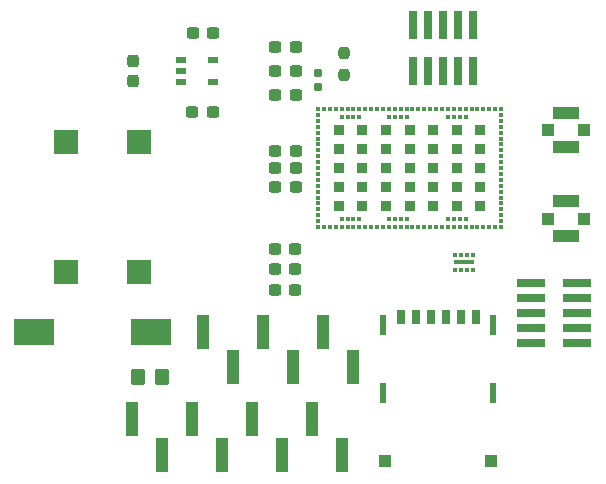
<source format=gtp>
%TF.GenerationSoftware,KiCad,Pcbnew,(7.0.0)*%
%TF.CreationDate,2023-05-09T15:07:27+03:00*%
%TF.ProjectId,IoT_sulari,496f545f-7375-46c6-9172-692e6b696361,rev?*%
%TF.SameCoordinates,Original*%
%TF.FileFunction,Paste,Top*%
%TF.FilePolarity,Positive*%
%FSLAX46Y46*%
G04 Gerber Fmt 4.6, Leading zero omitted, Abs format (unit mm)*
G04 Created by KiCad (PCBNEW (7.0.0)) date 2023-05-09 15:07:27*
%MOMM*%
%LPD*%
G01*
G04 APERTURE LIST*
G04 Aperture macros list*
%AMRoundRect*
0 Rectangle with rounded corners*
0 $1 Rounding radius*
0 $2 $3 $4 $5 $6 $7 $8 $9 X,Y pos of 4 corners*
0 Add a 4 corners polygon primitive as box body*
4,1,4,$2,$3,$4,$5,$6,$7,$8,$9,$2,$3,0*
0 Add four circle primitives for the rounded corners*
1,1,$1+$1,$2,$3*
1,1,$1+$1,$4,$5*
1,1,$1+$1,$6,$7*
1,1,$1+$1,$8,$9*
0 Add four rect primitives between the rounded corners*
20,1,$1+$1,$2,$3,$4,$5,0*
20,1,$1+$1,$4,$5,$6,$7,0*
20,1,$1+$1,$6,$7,$8,$9,0*
20,1,$1+$1,$8,$9,$2,$3,0*%
G04 Aperture macros list end*
%ADD10R,1.000000X1.000000*%
%ADD11R,2.200000X1.050000*%
%ADD12R,0.972299X0.508000*%
%ADD13RoundRect,0.237500X-0.237500X0.300000X-0.237500X-0.300000X0.237500X-0.300000X0.237500X0.300000X0*%
%ADD14RoundRect,0.237500X0.300000X0.237500X-0.300000X0.237500X-0.300000X-0.237500X0.300000X-0.237500X0*%
%ADD15RoundRect,0.237500X-0.237500X0.250000X-0.237500X-0.250000X0.237500X-0.250000X0.237500X0.250000X0*%
%ADD16R,3.350000X2.160000*%
%ADD17R,1.000000X3.000000*%
%ADD18R,0.482600X1.803400*%
%ADD19R,1.030000X0.990600*%
%ADD20R,0.660400X1.295400*%
%ADD21RoundRect,0.250000X-0.350000X-0.450000X0.350000X-0.450000X0.350000X0.450000X-0.350000X0.450000X0*%
%ADD22RoundRect,0.160000X0.160000X-0.197500X0.160000X0.197500X-0.160000X0.197500X-0.160000X-0.197500X0*%
%ADD23R,0.300000X0.380000*%
%ADD24R,1.700000X0.400000*%
%ADD25R,2.006600X2.006600*%
%ADD26R,2.387600X0.762000*%
%ADD27R,0.762000X2.387600*%
%ADD28R,0.304800X0.304800*%
%ADD29R,0.812800X0.812800*%
G04 APERTURE END LIST*
D10*
%TO.C,J1*%
X138499999Y-45999999D03*
D11*
X139999999Y-47474999D03*
D10*
X141499999Y-45999999D03*
D11*
X139999999Y-44524999D03*
%TD*%
D12*
%TO.C,U20*%
X107387548Y-40049998D03*
X107387548Y-40999999D03*
X107387548Y-41950000D03*
X110112450Y-41950000D03*
X110112450Y-40049998D03*
%TD*%
D13*
%TO.C,C20*%
X103300000Y-40137500D03*
X103300000Y-41862500D03*
%TD*%
D14*
%TO.C,C22*%
X110095802Y-44500000D03*
X108370802Y-44500000D03*
%TD*%
D15*
%TO.C,R1*%
X121200000Y-39487500D03*
X121200000Y-41312500D03*
%TD*%
D16*
%TO.C,SW1*%
X94974999Y-63099999D03*
X104824999Y-63099999D03*
%TD*%
D17*
%TO.C,J7*%
X121999999Y-66099999D03*
X119459999Y-63099999D03*
X116919999Y-66099999D03*
X114379999Y-63099999D03*
X111839999Y-66099999D03*
X109299999Y-63099999D03*
%TD*%
D18*
%TO.C,J40*%
X124500035Y-62529999D03*
X133829963Y-62529999D03*
X124499999Y-68279998D03*
X133829999Y-68279998D03*
D19*
X124699999Y-73999999D03*
X133629999Y-73999999D03*
D20*
X131069999Y-61859998D03*
X128529999Y-61859998D03*
X127259999Y-61859998D03*
X132339999Y-61859998D03*
X129799999Y-61859998D03*
X125989999Y-61859998D03*
%TD*%
D21*
%TO.C,JMPR*%
X103800000Y-66900000D03*
X105800000Y-66900000D03*
%TD*%
D17*
%TO.C,J5*%
X103259999Y-70499999D03*
X105799999Y-73499999D03*
X108339999Y-70499999D03*
X110879999Y-73499999D03*
X113419999Y-70499999D03*
X115959999Y-73499999D03*
X118499999Y-70499999D03*
X121039999Y-73499999D03*
%TD*%
D14*
%TO.C,C7*%
X117112500Y-47750000D03*
X115387500Y-47750000D03*
%TD*%
%TO.C,C4*%
X117062500Y-56062500D03*
X115337500Y-56062500D03*
%TD*%
%TO.C,C6*%
X117053218Y-59562500D03*
X115328218Y-59562500D03*
%TD*%
%TO.C,C5*%
X117062500Y-57812500D03*
X115337500Y-57812500D03*
%TD*%
D22*
%TO.C,FB1*%
X119000000Y-42347500D03*
X119000000Y-41152500D03*
%TD*%
D23*
%TO.C,U40*%
X130599999Y-57820001D03*
X131100000Y-57820001D03*
X131600000Y-57820001D03*
X132100001Y-57820001D03*
X132100001Y-56599999D03*
X131600000Y-56599999D03*
X131100000Y-56599999D03*
X130599999Y-56599999D03*
D24*
X131350000Y-57210000D03*
%TD*%
D14*
%TO.C,C8*%
X117112500Y-49250000D03*
X115387500Y-49250000D03*
%TD*%
D25*
%TO.C,J20*%
X97699999Y-47000001D03*
X97699999Y-57999999D03*
X103849999Y-57999999D03*
X103849999Y-47000001D03*
%TD*%
D10*
%TO.C,J2*%
X138499999Y-53499999D03*
D11*
X139999999Y-54974999D03*
D10*
X141499999Y-53499999D03*
D11*
X139999999Y-52024999D03*
%TD*%
D14*
%TO.C,C2*%
X117112500Y-41000000D03*
X115387500Y-41000000D03*
%TD*%
%TO.C,C21*%
X110112451Y-37750000D03*
X108387451Y-37750000D03*
%TD*%
%TO.C,C1*%
X117112500Y-43000000D03*
X115387500Y-43000000D03*
%TD*%
D26*
%TO.C,J3*%
X140950000Y-64039999D03*
X137049998Y-64039999D03*
X140950000Y-62769999D03*
X137049998Y-62769999D03*
X140950000Y-61499999D03*
X137049998Y-61499999D03*
X140950000Y-60229999D03*
X137049998Y-60229999D03*
X140950000Y-58959999D03*
X137049998Y-58959999D03*
%TD*%
D14*
%TO.C,C9*%
X117112500Y-50800000D03*
X115387500Y-50800000D03*
%TD*%
%TO.C,C3*%
X117112500Y-39000000D03*
X115387500Y-39000000D03*
%TD*%
D27*
%TO.C,J4*%
X127059999Y-41050000D03*
X127059999Y-37149998D03*
X128329999Y-41050000D03*
X128329999Y-37149998D03*
X129599999Y-41050000D03*
X129599999Y-37149998D03*
X130869999Y-41050000D03*
X130869999Y-37149998D03*
X132139999Y-41050000D03*
X132139999Y-37149998D03*
%TD*%
D28*
%TO.C,U2*%
X118999999Y-44224999D03*
X118999999Y-44724998D03*
X118999999Y-45224999D03*
X118999999Y-45724998D03*
X118999999Y-46225000D03*
X118999999Y-46724999D03*
X118999999Y-47224998D03*
X118999999Y-47724999D03*
X118999999Y-48224998D03*
X118999999Y-48725000D03*
X118999999Y-49224999D03*
X118999999Y-49724998D03*
X118999999Y-50225000D03*
X118999999Y-50724999D03*
X118999999Y-51225000D03*
X118999999Y-51724999D03*
X118999999Y-52224998D03*
X118999999Y-52725000D03*
X118999999Y-53224999D03*
X118999999Y-53725000D03*
X118999999Y-54224999D03*
X119499998Y-54224999D03*
X120000000Y-54224999D03*
X120499999Y-54224999D03*
X120999998Y-54224999D03*
X121499999Y-54224999D03*
X121999998Y-54224999D03*
X122500000Y-54224999D03*
X122999999Y-54224999D03*
X123499998Y-54224999D03*
X123999999Y-54224999D03*
X124499998Y-54224999D03*
X125000000Y-54224999D03*
X125499999Y-54224999D03*
X125999998Y-54224999D03*
X126499999Y-54224999D03*
X126999999Y-54224999D03*
X127500000Y-54224999D03*
X127999999Y-54224999D03*
X128499998Y-54224999D03*
X129000000Y-54224999D03*
X129499999Y-54224999D03*
X130000000Y-54224999D03*
X130499999Y-54224999D03*
X130999998Y-54224999D03*
X131500000Y-54224999D03*
X131999999Y-54224999D03*
X132500000Y-54224999D03*
X132999999Y-54224999D03*
X133499998Y-54224999D03*
X134000000Y-54224999D03*
X134499999Y-54224999D03*
X134499999Y-53725000D03*
X134499999Y-53224999D03*
X134499999Y-52725000D03*
X134499999Y-52224998D03*
X134499999Y-51724999D03*
X134499999Y-51225000D03*
X134499999Y-50724999D03*
X134499999Y-50225000D03*
X134499999Y-49724998D03*
X134499999Y-49224999D03*
X134499999Y-48725000D03*
X134499999Y-48224998D03*
X134499999Y-47724999D03*
X134499999Y-47224998D03*
X134499999Y-46724999D03*
X134499999Y-46225000D03*
X134499999Y-45724998D03*
X134499999Y-45224999D03*
X134499999Y-44725000D03*
X134499999Y-44224999D03*
X134000000Y-44224999D03*
X133499998Y-44224999D03*
X132999999Y-44224999D03*
X132500000Y-44224999D03*
X131999999Y-44224999D03*
X131500000Y-44224999D03*
X130999998Y-44224999D03*
X130499999Y-44224999D03*
X130000000Y-44224999D03*
X129499999Y-44224999D03*
X129000000Y-44224999D03*
X128499998Y-44224999D03*
X127999999Y-44224999D03*
X127500000Y-44224999D03*
X126999999Y-44224999D03*
X126499999Y-44224999D03*
X125999998Y-44224999D03*
X125499999Y-44224999D03*
X125000000Y-44224999D03*
X124499998Y-44224999D03*
X123999999Y-44224999D03*
X123499998Y-44224999D03*
X122999999Y-44224999D03*
X122500000Y-44224999D03*
X121999998Y-44224999D03*
X121499999Y-44224999D03*
X120999998Y-44224999D03*
X120499999Y-44224999D03*
X120000000Y-44224999D03*
X119499998Y-44224999D03*
D29*
X120749999Y-46024999D03*
X120749999Y-47624999D03*
X120749999Y-49224999D03*
X120749999Y-50824999D03*
X120749999Y-52424999D03*
X122749999Y-46024999D03*
X122749999Y-47624999D03*
X122749999Y-49224999D03*
X122749999Y-50824999D03*
X122749999Y-52424999D03*
X124749999Y-46024999D03*
X124749999Y-47624999D03*
X124749999Y-49224999D03*
X124749999Y-50824999D03*
X124749999Y-52424999D03*
X126749999Y-46024999D03*
X126749999Y-47624999D03*
X126749999Y-49224999D03*
X126749999Y-50824999D03*
X126749999Y-52424999D03*
X128749999Y-46024999D03*
X128749999Y-47624999D03*
X128749999Y-49224999D03*
X128749999Y-50824999D03*
X128749999Y-52424999D03*
X130749999Y-46024999D03*
X130749999Y-47624999D03*
X130749999Y-49224999D03*
X130749999Y-50824999D03*
X130749999Y-52424999D03*
X132749999Y-46024999D03*
X132749999Y-47624999D03*
X132749999Y-49224999D03*
X132749999Y-50824999D03*
X132749999Y-52424999D03*
D28*
X120999998Y-53574999D03*
X121499999Y-53574999D03*
X121999998Y-53574999D03*
X122500000Y-53574999D03*
X125000000Y-53574999D03*
X125499999Y-53574999D03*
X125999998Y-53574999D03*
X126499999Y-53574999D03*
X130000000Y-53574999D03*
X130499999Y-53574999D03*
X130999998Y-53574999D03*
X131500000Y-53574999D03*
X131500000Y-44874999D03*
X130999998Y-44874999D03*
X130499999Y-44874999D03*
X130000000Y-44874999D03*
X126499999Y-44874999D03*
X125999998Y-44874999D03*
X125499999Y-44874999D03*
X125000000Y-44874999D03*
X122500000Y-44874999D03*
X121999998Y-44874999D03*
X121499999Y-44874999D03*
X120999998Y-44874999D03*
%TD*%
M02*

</source>
